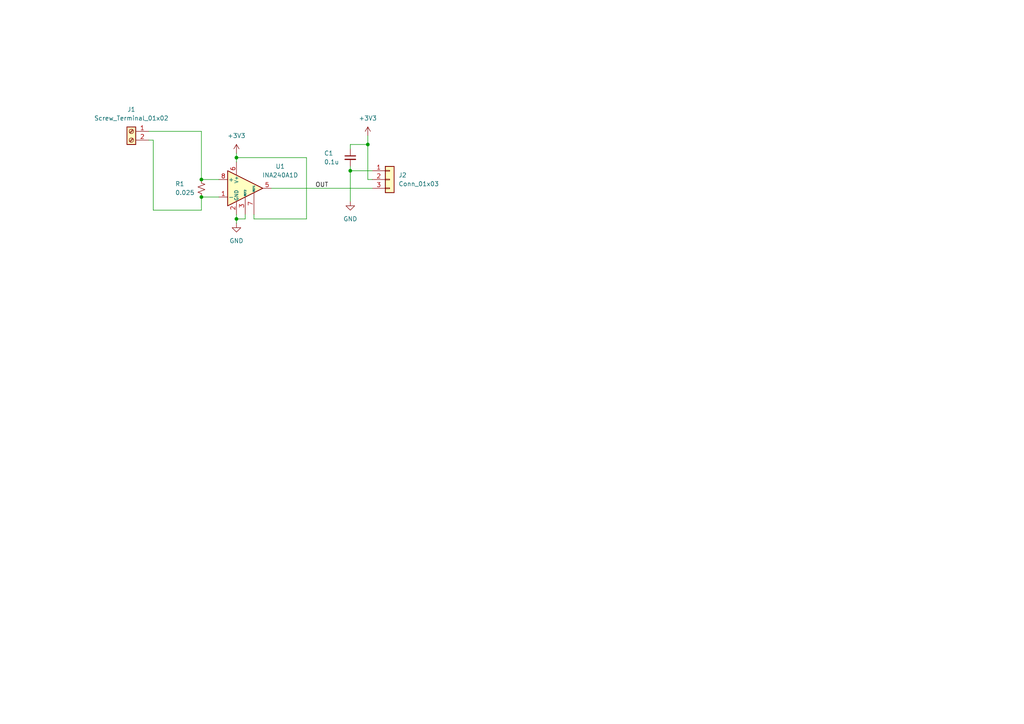
<source format=kicad_sch>
(kicad_sch (version 20211123) (generator eeschema)
  (paper "A4")
  (lib_symbols
    (symbol "Amplifier_Current:INA240A1D" (pin_names (offset 0.127))
      (property "Reference" "U" (at 3.81 3.81 0))
      (property "Value" "INA240A1D" (at 3.81 -2.54 0))
      (symbol "INA240A1D_0_1"
        (polyline (pts (xy 5.08 0) (xy -5.08 5.08) (xy -5.08 -5.08) (xy 5.08 0)) (stroke (width 0.254)) (fill (type background)))
      )
      (symbol "INA240A1D_1_1"
        (pin input line (at -7.62 -2.54 0) (length 2.54) (name "-") (number "1"))
        (pin power_in line (at -2.54 -7.62 90) (length 3.81) (name "GND") (number "2"))
        (pin passive line (at 0 -7.62 90) (length 5.08) (name "REF2") (number "3"))
        (pin passive line (at -2.54 -7.62 90) (length 3.81) hide (name "GND") (number "4"))
        (pin output line (at 7.62 0 180) (length 2.54) (name "~") (number "5"))
        (pin power_in line (at -2.54 7.62 270) (length 3.81) (name "V+") (number "6"))
        (pin passive line (at 2.54 -7.62 90) (length 6.35) (name "REF1") (number "7"))
        (pin input line (at -7.62 2.54 0) (length 2.54) (name "+") (number "8"))
      )
    )
    (symbol "Connector:Screw_Terminal_01x02" (pin_names (offset 1.016) hide)
      (property "Reference" "J" (at 0 2.54 0))
      (property "Value" "Screw_Terminal_01x02" (at 0 -5.08 0))
      (symbol "Screw_Terminal_01x02_1_1"
        (rectangle (start -1.27 1.27) (end 1.27 -3.81) (stroke (width 0.254)) (fill (type background)))
        (circle (center 0 -2.54) (radius 0.635) (stroke (width 0.1524)))
        (polyline (pts (xy -0.5334 -2.2098) (xy 0.3302 -3.048)) (stroke (width 0.1524)))
        (polyline (pts (xy -0.5334 0.3302) (xy 0.3302 -0.508)) (stroke (width 0.1524)))
        (polyline (pts (xy -0.3556 -2.032) (xy 0.508 -2.8702)) (stroke (width 0.1524)))
        (polyline (pts (xy -0.3556 0.508) (xy 0.508 -0.3302)) (stroke (width 0.1524)))
        (circle (center 0 0) (radius 0.635) (stroke (width 0.1524)))
        (pin passive line (at -5.08 0 0) (length 3.81) (name "Pin_1") (number "1"))
        (pin passive line (at -5.08 -2.54 0) (length 3.81) (name "Pin_2") (number "2"))
      )
    )
    (symbol "Connector_Generic:Conn_01x03" (pin_names (offset 1.016) hide)
      (property "Reference" "J" (at 0 5.08 0))
      (property "Value" "Conn_01x03" (at 0 -5.08 0))
      (symbol "Conn_01x03_1_1"
        (rectangle (start -1.27 -2.413) (end 0 -2.667) (stroke (width 0.1524)))
        (rectangle (start -1.27 0.127) (end 0 -0.127) (stroke (width 0.1524)))
        (rectangle (start -1.27 2.667) (end 0 2.413) (stroke (width 0.1524)))
        (rectangle (start -1.27 3.81) (end 1.27 -3.81) (stroke (width 0.254)) (fill (type background)))
        (pin passive line (at -5.08 2.54 0) (length 3.81) (name "Pin_1") (number "1"))
        (pin passive line (at -5.08 0 0) (length 3.81) (name "Pin_2") (number "2"))
        (pin passive line (at -5.08 -2.54 0) (length 3.81) (name "Pin_3") (number "3"))
      )
    )
    (symbol "Device:C_Small" (pin_numbers hide) (pin_names (offset 0.254) hide)
      (property "Reference" "C" (at 0.254 1.778 0))
      (property "Value" "C_Small" (at 0.254 -2.032 0))
      (symbol "C_Small_0_1"
        (polyline (pts (xy -1.524 -0.508) (xy 1.524 -0.508)) (stroke (width 0.3302)))
        (polyline (pts (xy -1.524 0.508) (xy 1.524 0.508)) (stroke (width 0.3048)))
      )
      (symbol "C_Small_1_1"
        (pin passive line (at 0 2.54 270) (length 2.032) (name "~") (number "1"))
        (pin passive line (at 0 -2.54 90) (length 2.032) (name "~") (number "2"))
      )
    )
    (symbol "Device:R_Small_US" (pin_numbers hide) (pin_names (offset 0.254) hide)
      (property "Reference" "R" (at 0.762 0.508 0))
      (property "Value" "R_Small_US" (at 0.762 -1.016 0))
      (symbol "R_Small_US_1_1"
        (polyline (pts (xy 0 0) (xy 1.016 -0.381) (xy 0 -0.762) (xy -1.016 -1.143) (xy 0 -1.524)))
        (polyline (pts (xy 0 1.524) (xy 1.016 1.143) (xy 0 0.762) (xy -1.016 0.381) (xy 0 0)))
        (pin passive line (at 0 2.54 270) (length 1.016) (name "~") (number "1"))
        (pin passive line (at 0 -2.54 90) (length 1.016) (name "~") (number "2"))
      )
    )
    (symbol "power:+3V3" (power) (pin_names (offset 0))
      (property "Value" "+3V3" (at 0 3.556 0))
      (symbol "+3V3_0_1"
        (polyline (pts (xy -0.762 1.27) (xy 0 2.54)))
        (polyline (pts (xy 0 0) (xy 0 2.54)))
        (polyline (pts (xy 0 2.54) (xy 0.762 1.27)))
      )
      (symbol "+3V3_1_1"
        (pin power_in line (at 0 0 90) (length 0) hide (name "+3V3") (number "1"))
      )
    )
    (symbol "power:GND" (power) (pin_names (offset 0))
      (property "Value" "GND" (at 0 -3.81 0))
      (symbol "GND_0_1"
        (polyline (pts (xy 0 0) (xy 0 -1.27) (xy 1.27 -1.27) (xy 0 -2.54) (xy -1.27 -1.27) (xy 0 -1.27)))
      )
      (symbol "GND_1_1"
        (pin power_in line (at 0 0 270) (length 0) hide (name "GND") (number "1"))
      )
    )
  )
  (junction (at 106.68 41.91))
  (junction (at 68.58 63.5))
  (junction (at 101.6 49.53))
  (junction (at 58.42 52.07))
  (junction (at 58.42 57.15))
  (junction (at 68.58 45.72))
  (wire (pts (xy 68.58 63.5) (xy 68.58 64.77)))
  (wire (pts (xy 101.6 43.18) (xy 101.6 41.91)))
  (wire (pts (xy 73.66 63.5) (xy 88.9 63.5)))
  (wire (pts (xy 58.42 57.15) (xy 63.5 57.15)))
  (wire (pts (xy 101.6 41.91) (xy 106.68 41.91)))
  (wire (pts (xy 78.74 54.61) (xy 107.95 54.61)))
  (wire (pts (xy 58.42 60.96) (xy 58.42 57.15)))
  (wire (pts (xy 88.9 45.72) (xy 68.58 45.72)))
  (wire (pts (xy 106.68 39.37) (xy 106.68 41.91)))
  (wire (pts (xy 68.58 45.72) (xy 68.58 46.99)))
  (wire (pts (xy 43.18 38.1) (xy 58.42 38.1)))
  (wire (pts (xy 43.18 40.64) (xy 44.45 40.64)))
  (wire (pts (xy 106.68 52.07) (xy 107.95 52.07)))
  (wire (pts (xy 68.58 62.23) (xy 68.58 63.5)))
  (wire (pts (xy 106.68 41.91) (xy 106.68 52.07)))
  (wire (pts (xy 44.45 40.64) (xy 44.45 60.96)))
  (wire (pts (xy 88.9 63.5) (xy 88.9 45.72)))
  (wire (pts (xy 44.45 60.96) (xy 58.42 60.96)))
  (wire (pts (xy 58.42 38.1) (xy 58.42 52.07)))
  (wire (pts (xy 101.6 49.53) (xy 107.95 49.53)))
  (wire (pts (xy 73.66 63.5) (xy 73.66 62.23)))
  (wire (pts (xy 58.42 52.07) (xy 63.5 52.07)))
  (wire (pts (xy 101.6 58.42) (xy 101.6 49.53)))
  (wire (pts (xy 68.58 44.45) (xy 68.58 45.72)))
  (wire (pts (xy 71.12 62.23) (xy 71.12 63.5)))
  (wire (pts (xy 71.12 63.5) (xy 68.58 63.5)))
  (wire (pts (xy 101.6 48.26) (xy 101.6 49.53)))
  (label "OUT" (at 91.44 54.61 0))
  (symbol (lib_id "power:+3V3") (at 68.58 44.45 0) (unit 1)
    (property "Reference" "#PWR02" (effects hide))
    (property "Value" "+3V3" (at 68.58 39.37 0))
  )
  (symbol (lib_id "Connector_Generic:Conn_01x03") (at 113.03 52.07 0) (unit 1)
    (property "Reference" "J2" (at 115.57 50.7999 0) (effects (justify left)))
    (property "Value" "Conn_01x03" (at 115.57 53.3399 0) (effects (justify left)))
    (property "Footprint" "Connector_PinHeader_2.54mm:PinHeader_1x03_P2.54mm_Vertical" (effects hide))
  )
  (symbol (lib_id "power:GND") (at 101.6 58.42 0) (unit 1)
    (property "Reference" "#PWR03" (effects hide))
    (property "Value" "GND" (at 101.6 63.5 0))
  )
  (symbol (lib_id "power:+3V3") (at 106.68 39.37 0) (unit 1)
    (property "Reference" "#PWR01" (effects hide))
    (property "Value" "+3V3" (at 106.68 34.29 0))
  )
  (symbol (lib_id "Amplifier_Current:INA240A1D") (at 71.12 54.61 0) (unit 1)
    (property "Reference" "U1" (at 81.28 48.26 0))
    (property "Value" "INA240A1D" (at 81.28 50.8 0))
    (property "Footprint" "Package_SO:SOIC-8_3.9x4.9mm_P1.27mm" (effects hide))
    (property "Datasheet" "http://www.ti.com/lit/ds/symlink/ina240.pdf" (effects hide))
  )
  (symbol (lib_id "Device:C_Small") (at 101.6 45.72 0) (unit 1)
    (property "Reference" "C1" (at 93.98 44.45 0) (effects (justify left)))
    (property "Value" "0.1u" (at 93.98 46.99 0) (effects (justify left)))
    (property "Footprint" "Resistor_SMD:R_0603_1608Metric" (effects hide))
  )
  (symbol (lib_id "power:GND") (at 68.58 64.77 0) (unit 1)
    (property "Reference" "#PWR04" (effects hide))
    (property "Value" "GND" (at 68.58 69.85 0))
  )
  (symbol (lib_id "Device:R_Small_US") (at 58.42 54.61 0) (unit 1)
    (property "Reference" "R1" (at 50.8 53.34 0) (effects (justify left)))
    (property "Value" "0.025" (at 50.8 55.88 0) (effects (justify left)))
    (property "Footprint" "Resistor_SMD:R_2512_6332Metric" (effects hide))
  )
  (symbol (lib_id "Connector:Screw_Terminal_01x02") (at 38.1 38.1 0) (mirror y) (unit 1)
    (property "Reference" "J1" (at 38.1 31.75 0))
    (property "Value" "Screw_Terminal_01x02" (at 38.1 34.29 0))
    (property "Footprint" "TerminalBlock_Phoenix:TerminalBlock_Phoenix_PT-1,5-2-3.5-H_1x02_P3.50mm_Horizontal" (effects hide))
  )
)
</source>
